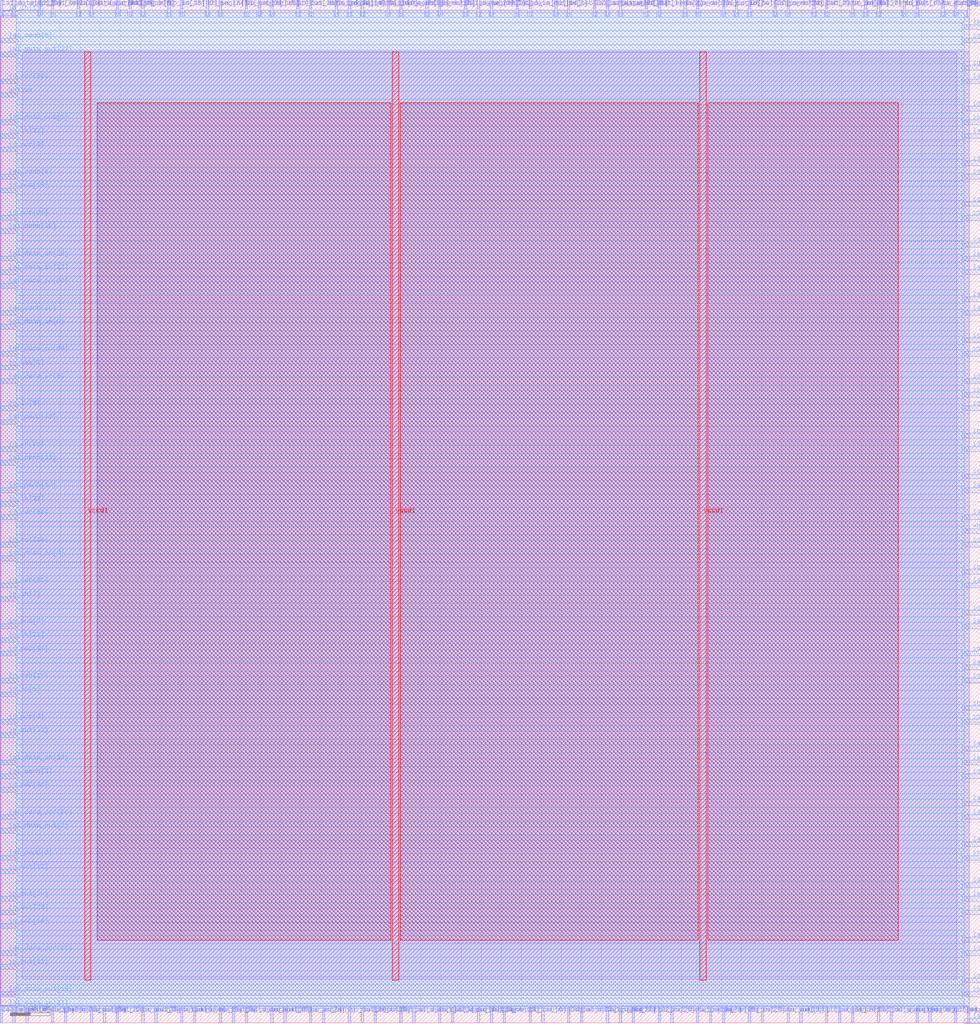
<source format=lef>
VERSION 5.7 ;
  NOWIREEXTENSIONATPIN ON ;
  DIVIDERCHAR "/" ;
  BUSBITCHARS "[]" ;
MACRO wrapped_acorn_prng
  CLASS BLOCK ;
  FOREIGN wrapped_acorn_prng ;
  ORIGIN 0.000 0.000 ;
  SIZE 244.545 BY 255.265 ;
  PIN active
    DIRECTION INPUT ;
    USE SIGNAL ;
    PORT
      LAYER met3 ;
        RECT 0.000 230.940 4.000 232.140 ;
    END
  END active
  PIN io_in[0]
    DIRECTION INPUT ;
    USE SIGNAL ;
    PORT
      LAYER met2 ;
        RECT 77.230 0.000 77.790 4.000 ;
    END
  END io_in[0]
  PIN io_in[10]
    DIRECTION INPUT ;
    USE SIGNAL ;
    PORT
      LAYER met2 ;
        RECT 131.970 251.265 132.530 255.265 ;
    END
  END io_in[10]
  PIN io_in[11]
    DIRECTION INPUT ;
    USE SIGNAL ;
    PORT
      LAYER met3 ;
        RECT 0.000 251.340 4.000 252.540 ;
    END
  END io_in[11]
  PIN io_in[12]
    DIRECTION INPUT ;
    USE SIGNAL ;
    PORT
      LAYER met3 ;
        RECT 240.545 213.940 244.545 215.140 ;
    END
  END io_in[12]
  PIN io_in[13]
    DIRECTION INPUT ;
    USE SIGNAL ;
    PORT
      LAYER met2 ;
        RECT 119.090 0.000 119.650 4.000 ;
    END
  END io_in[13]
  PIN io_in[14]
    DIRECTION INPUT ;
    USE SIGNAL ;
    PORT
      LAYER met2 ;
        RECT 86.890 251.265 87.450 255.265 ;
    END
  END io_in[14]
  PIN io_in[15]
    DIRECTION INPUT ;
    USE SIGNAL ;
    PORT
      LAYER met3 ;
        RECT 240.545 224.140 244.545 225.340 ;
    END
  END io_in[15]
  PIN io_in[16]
    DIRECTION INPUT ;
    USE SIGNAL ;
    PORT
      LAYER met3 ;
        RECT 240.545 26.940 244.545 28.140 ;
    END
  END io_in[16]
  PIN io_in[17]
    DIRECTION INPUT ;
    USE SIGNAL ;
    PORT
      LAYER met2 ;
        RECT 45.030 251.265 45.590 255.265 ;
    END
  END io_in[17]
  PIN io_in[18]
    DIRECTION INPUT ;
    USE SIGNAL ;
    PORT
      LAYER met2 ;
        RECT 54.690 251.265 55.250 255.265 ;
    END
  END io_in[18]
  PIN io_in[19]
    DIRECTION INPUT ;
    USE SIGNAL ;
    PORT
      LAYER met2 ;
        RECT 212.470 0.000 213.030 4.000 ;
    END
  END io_in[19]
  PIN io_in[1]
    DIRECTION INPUT ;
    USE SIGNAL ;
    PORT
      LAYER met3 ;
        RECT 0.000 81.340 4.000 82.540 ;
    END
  END io_in[1]
  PIN io_in[20]
    DIRECTION INPUT ;
    USE SIGNAL ;
    PORT
      LAYER met3 ;
        RECT 0.000 142.540 4.000 143.740 ;
    END
  END io_in[20]
  PIN io_in[21]
    DIRECTION INPUT ;
    USE SIGNAL ;
    PORT
      LAYER met3 ;
        RECT 0.000 94.940 4.000 96.140 ;
    END
  END io_in[21]
  PIN io_in[22]
    DIRECTION INPUT ;
    USE SIGNAL ;
    PORT
      LAYER met3 ;
        RECT 240.545 84.740 244.545 85.940 ;
    END
  END io_in[22]
  PIN io_in[23]
    DIRECTION INPUT ;
    USE SIGNAL ;
    PORT
      LAYER met2 ;
        RECT 41.810 251.265 42.370 255.265 ;
    END
  END io_in[23]
  PIN io_in[24]
    DIRECTION INPUT ;
    USE SIGNAL ;
    PORT
      LAYER met2 ;
        RECT 28.930 251.265 29.490 255.265 ;
    END
  END io_in[24]
  PIN io_in[25]
    DIRECTION INPUT ;
    USE SIGNAL ;
    PORT
      LAYER met2 ;
        RECT 186.710 0.000 187.270 4.000 ;
    END
  END io_in[25]
  PIN io_in[26]
    DIRECTION INPUT ;
    USE SIGNAL ;
    PORT
      LAYER met2 ;
        RECT 180.270 0.000 180.830 4.000 ;
    END
  END io_in[26]
  PIN io_in[27]
    DIRECTION INPUT ;
    USE SIGNAL ;
    PORT
      LAYER met3 ;
        RECT 240.545 60.940 244.545 62.140 ;
    END
  END io_in[27]
  PIN io_in[28]
    DIRECTION INPUT ;
    USE SIGNAL ;
    PORT
      LAYER met2 ;
        RECT 164.170 0.000 164.730 4.000 ;
    END
  END io_in[28]
  PIN io_in[29]
    DIRECTION INPUT ;
    USE SIGNAL ;
    PORT
      LAYER met2 ;
        RECT 241.450 251.265 242.010 255.265 ;
    END
  END io_in[29]
  PIN io_in[2]
    DIRECTION INPUT ;
    USE SIGNAL ;
    PORT
      LAYER met2 ;
        RECT 80.450 0.000 81.010 4.000 ;
    END
  END io_in[2]
  PIN io_in[30]
    DIRECTION INPUT ;
    USE SIGNAL ;
    PORT
      LAYER met3 ;
        RECT 240.545 101.740 244.545 102.940 ;
    END
  END io_in[30]
  PIN io_in[31]
    DIRECTION INPUT ;
    USE SIGNAL ;
    PORT
      LAYER met3 ;
        RECT 0.000 220.740 4.000 221.940 ;
    END
  END io_in[31]
  PIN io_in[32]
    DIRECTION INPUT ;
    USE SIGNAL ;
    PORT
      LAYER met2 ;
        RECT 154.510 0.000 155.070 4.000 ;
    END
  END io_in[32]
  PIN io_in[33]
    DIRECTION INPUT ;
    USE SIGNAL ;
    PORT
      LAYER met3 ;
        RECT 0.000 128.940 4.000 130.140 ;
    END
  END io_in[33]
  PIN io_in[34]
    DIRECTION INPUT ;
    USE SIGNAL ;
    PORT
      LAYER met2 ;
        RECT 183.490 251.265 184.050 255.265 ;
    END
  END io_in[34]
  PIN io_in[35]
    DIRECTION INPUT ;
    USE SIGNAL ;
    PORT
      LAYER met2 ;
        RECT 212.470 251.265 213.030 255.265 ;
    END
  END io_in[35]
  PIN io_in[36]
    DIRECTION INPUT ;
    USE SIGNAL ;
    PORT
      LAYER met3 ;
        RECT 240.545 159.540 244.545 160.740 ;
    END
  END io_in[36]
  PIN io_in[37]
    DIRECTION INPUT ;
    USE SIGNAL ;
    PORT
      LAYER met2 ;
        RECT 215.690 251.265 216.250 255.265 ;
    END
  END io_in[37]
  PIN io_in[3]
    DIRECTION INPUT ;
    USE SIGNAL ;
    PORT
      LAYER met2 ;
        RECT 138.410 251.265 138.970 255.265 ;
    END
  END io_in[3]
  PIN io_in[4]
    DIRECTION INPUT ;
    USE SIGNAL ;
    PORT
      LAYER met3 ;
        RECT 240.545 156.140 244.545 157.340 ;
    END
  END io_in[4]
  PIN io_in[5]
    DIRECTION INPUT ;
    USE SIGNAL ;
    PORT
      LAYER met3 ;
        RECT 240.545 244.540 244.545 245.740 ;
    END
  END io_in[5]
  PIN io_in[6]
    DIRECTION INPUT ;
    USE SIGNAL ;
    PORT
      LAYER met3 ;
        RECT 0.000 152.740 4.000 153.940 ;
    END
  END io_in[6]
  PIN io_in[7]
    DIRECTION INPUT ;
    USE SIGNAL ;
    PORT
      LAYER met3 ;
        RECT 0.000 105.140 4.000 106.340 ;
    END
  END io_in[7]
  PIN io_in[8]
    DIRECTION INPUT ;
    USE SIGNAL ;
    PORT
      LAYER met3 ;
        RECT 240.545 169.740 244.545 170.940 ;
    END
  END io_in[8]
  PIN io_in[9]
    DIRECTION INPUT ;
    USE SIGNAL ;
    PORT
      LAYER met2 ;
        RECT 35.370 251.265 35.930 255.265 ;
    END
  END io_in[9]
  PIN io_oeb[0]
    DIRECTION OUTPUT TRISTATE ;
    USE SIGNAL ;
    PORT
      LAYER met2 ;
        RECT 131.970 0.000 132.530 4.000 ;
    END
  END io_oeb[0]
  PIN io_oeb[10]
    DIRECTION OUTPUT TRISTATE ;
    USE SIGNAL ;
    PORT
      LAYER met3 ;
        RECT 0.000 84.740 4.000 85.940 ;
    END
  END io_oeb[10]
  PIN io_oeb[11]
    DIRECTION OUTPUT TRISTATE ;
    USE SIGNAL ;
    PORT
      LAYER met3 ;
        RECT 240.545 145.940 244.545 147.140 ;
    END
  END io_oeb[11]
  PIN io_oeb[12]
    DIRECTION OUTPUT TRISTATE ;
    USE SIGNAL ;
    PORT
      LAYER met3 ;
        RECT 240.545 77.940 244.545 79.140 ;
    END
  END io_oeb[12]
  PIN io_oeb[13]
    DIRECTION OUTPUT TRISTATE ;
    USE SIGNAL ;
    PORT
      LAYER met3 ;
        RECT 240.545 74.540 244.545 75.740 ;
    END
  END io_oeb[13]
  PIN io_oeb[14]
    DIRECTION OUTPUT TRISTATE ;
    USE SIGNAL ;
    PORT
      LAYER met3 ;
        RECT 0.000 23.540 4.000 24.740 ;
    END
  END io_oeb[14]
  PIN io_oeb[15]
    DIRECTION OUTPUT TRISTATE ;
    USE SIGNAL ;
    PORT
      LAYER met2 ;
        RECT 64.350 251.265 64.910 255.265 ;
    END
  END io_oeb[15]
  PIN io_oeb[16]
    DIRECTION OUTPUT TRISTATE ;
    USE SIGNAL ;
    PORT
      LAYER met3 ;
        RECT 240.545 16.740 244.545 17.940 ;
    END
  END io_oeb[16]
  PIN io_oeb[17]
    DIRECTION OUTPUT TRISTATE ;
    USE SIGNAL ;
    PORT
      LAYER met2 ;
        RECT 67.570 0.000 68.130 4.000 ;
    END
  END io_oeb[17]
  PIN io_oeb[18]
    DIRECTION OUTPUT TRISTATE ;
    USE SIGNAL ;
    PORT
      LAYER met2 ;
        RECT 173.830 251.265 174.390 255.265 ;
    END
  END io_oeb[18]
  PIN io_oeb[19]
    DIRECTION OUTPUT TRISTATE ;
    USE SIGNAL ;
    PORT
      LAYER met2 ;
        RECT 67.570 251.265 68.130 255.265 ;
    END
  END io_oeb[19]
  PIN io_oeb[1]
    DIRECTION OUTPUT TRISTATE ;
    USE SIGNAL ;
    PORT
      LAYER met2 ;
        RECT 196.370 0.000 196.930 4.000 ;
    END
  END io_oeb[1]
  PIN io_oeb[20]
    DIRECTION OUTPUT TRISTATE ;
    USE SIGNAL ;
    PORT
      LAYER met3 ;
        RECT 240.545 111.940 244.545 113.140 ;
    END
  END io_oeb[20]
  PIN io_oeb[21]
    DIRECTION OUTPUT TRISTATE ;
    USE SIGNAL ;
    PORT
      LAYER met2 ;
        RECT 3.170 251.265 3.730 255.265 ;
    END
  END io_oeb[21]
  PIN io_oeb[22]
    DIRECTION OUTPUT TRISTATE ;
    USE SIGNAL ;
    PORT
      LAYER met2 ;
        RECT 25.710 0.000 26.270 4.000 ;
    END
  END io_oeb[22]
  PIN io_oeb[23]
    DIRECTION OUTPUT TRISTATE ;
    USE SIGNAL ;
    PORT
      LAYER met2 ;
        RECT 119.090 251.265 119.650 255.265 ;
    END
  END io_oeb[23]
  PIN io_oeb[24]
    DIRECTION OUTPUT TRISTATE ;
    USE SIGNAL ;
    PORT
      LAYER met2 ;
        RECT 122.310 251.265 122.870 255.265 ;
    END
  END io_oeb[24]
  PIN io_oeb[25]
    DIRECTION OUTPUT TRISTATE ;
    USE SIGNAL ;
    PORT
      LAYER met2 ;
        RECT 238.230 0.000 238.790 4.000 ;
    END
  END io_oeb[25]
  PIN io_oeb[26]
    DIRECTION OUTPUT TRISTATE ;
    USE SIGNAL ;
    PORT
      LAYER met3 ;
        RECT 240.545 200.340 244.545 201.540 ;
    END
  END io_oeb[26]
  PIN io_oeb[27]
    DIRECTION OUTPUT TRISTATE ;
    USE SIGNAL ;
    PORT
      LAYER met2 ;
        RECT 141.630 251.265 142.190 255.265 ;
    END
  END io_oeb[27]
  PIN io_oeb[28]
    DIRECTION OUTPUT TRISTATE ;
    USE SIGNAL ;
    PORT
      LAYER met2 ;
        RECT 209.250 0.000 209.810 4.000 ;
    END
  END io_oeb[28]
  PIN io_oeb[29]
    DIRECTION OUTPUT TRISTATE ;
    USE SIGNAL ;
    PORT
      LAYER met3 ;
        RECT 240.545 166.340 244.545 167.540 ;
    END
  END io_oeb[29]
  PIN io_oeb[2]
    DIRECTION OUTPUT TRISTATE ;
    USE SIGNAL ;
    PORT
      LAYER met2 ;
        RECT 202.810 251.265 203.370 255.265 ;
    END
  END io_oeb[2]
  PIN io_oeb[30]
    DIRECTION OUTPUT TRISTATE ;
    USE SIGNAL ;
    PORT
      LAYER met2 ;
        RECT 9.610 251.265 10.170 255.265 ;
    END
  END io_oeb[30]
  PIN io_oeb[31]
    DIRECTION OUTPUT TRISTATE ;
    USE SIGNAL ;
    PORT
      LAYER met2 ;
        RECT 206.030 0.000 206.590 4.000 ;
    END
  END io_oeb[31]
  PIN io_oeb[32]
    DIRECTION OUTPUT TRISTATE ;
    USE SIGNAL ;
    PORT
      LAYER met3 ;
        RECT 0.000 125.540 4.000 126.740 ;
    END
  END io_oeb[32]
  PIN io_oeb[33]
    DIRECTION OUTPUT TRISTATE ;
    USE SIGNAL ;
    PORT
      LAYER met2 ;
        RECT 241.450 0.000 242.010 4.000 ;
    END
  END io_oeb[33]
  PIN io_oeb[34]
    DIRECTION OUTPUT TRISTATE ;
    USE SIGNAL ;
    PORT
      LAYER met2 ;
        RECT 51.470 251.265 52.030 255.265 ;
    END
  END io_oeb[34]
  PIN io_oeb[35]
    DIRECTION OUTPUT TRISTATE ;
    USE SIGNAL ;
    PORT
      LAYER met3 ;
        RECT 0.000 108.540 4.000 109.740 ;
    END
  END io_oeb[35]
  PIN io_oeb[36]
    DIRECTION OUTPUT TRISTATE ;
    USE SIGNAL ;
    PORT
      LAYER met3 ;
        RECT 0.000 57.540 4.000 58.740 ;
    END
  END io_oeb[36]
  PIN io_oeb[37]
    DIRECTION OUTPUT TRISTATE ;
    USE SIGNAL ;
    PORT
      LAYER met3 ;
        RECT 0.000 91.540 4.000 92.740 ;
    END
  END io_oeb[37]
  PIN io_oeb[3]
    DIRECTION OUTPUT TRISTATE ;
    USE SIGNAL ;
    PORT
      LAYER met2 ;
        RECT 125.530 0.000 126.090 4.000 ;
    END
  END io_oeb[3]
  PIN io_oeb[4]
    DIRECTION OUTPUT TRISTATE ;
    USE SIGNAL ;
    PORT
      LAYER met3 ;
        RECT 240.545 6.540 244.545 7.740 ;
    END
  END io_oeb[4]
  PIN io_oeb[5]
    DIRECTION OUTPUT TRISTATE ;
    USE SIGNAL ;
    PORT
      LAYER met3 ;
        RECT 0.000 162.940 4.000 164.140 ;
    END
  END io_oeb[5]
  PIN io_oeb[6]
    DIRECTION OUTPUT TRISTATE ;
    USE SIGNAL ;
    PORT
      LAYER met3 ;
        RECT 240.545 91.540 244.545 92.740 ;
    END
  END io_oeb[6]
  PIN io_oeb[7]
    DIRECTION OUTPUT TRISTATE ;
    USE SIGNAL ;
    PORT
      LAYER met2 ;
        RECT 61.130 251.265 61.690 255.265 ;
    END
  END io_oeb[7]
  PIN io_oeb[8]
    DIRECTION OUTPUT TRISTATE ;
    USE SIGNAL ;
    PORT
      LAYER met2 ;
        RECT 22.490 0.000 23.050 4.000 ;
    END
  END io_oeb[8]
  PIN io_oeb[9]
    DIRECTION OUTPUT TRISTATE ;
    USE SIGNAL ;
    PORT
      LAYER met2 ;
        RECT 54.690 0.000 55.250 4.000 ;
    END
  END io_oeb[9]
  PIN io_out[0]
    DIRECTION OUTPUT TRISTATE ;
    USE SIGNAL ;
    PORT
      LAYER met3 ;
        RECT 240.545 237.740 244.545 238.940 ;
    END
  END io_out[0]
  PIN io_out[10]
    DIRECTION OUTPUT TRISTATE ;
    USE SIGNAL ;
    PORT
      LAYER met3 ;
        RECT 240.545 142.540 244.545 143.740 ;
    END
  END io_out[10]
  PIN io_out[11]
    DIRECTION OUTPUT TRISTATE ;
    USE SIGNAL ;
    PORT
      LAYER met3 ;
        RECT 0.000 13.340 4.000 14.540 ;
    END
  END io_out[11]
  PIN io_out[12]
    DIRECTION OUTPUT TRISTATE ;
    USE SIGNAL ;
    PORT
      LAYER met3 ;
        RECT 0.000 37.140 4.000 38.340 ;
    END
  END io_out[12]
  PIN io_out[13]
    DIRECTION OUTPUT TRISTATE ;
    USE SIGNAL ;
    PORT
      LAYER met2 ;
        RECT 199.590 0.000 200.150 4.000 ;
    END
  END io_out[13]
  PIN io_out[14]
    DIRECTION OUTPUT TRISTATE ;
    USE SIGNAL ;
    PORT
      LAYER met3 ;
        RECT 240.545 203.740 244.545 204.940 ;
    END
  END io_out[14]
  PIN io_out[15]
    DIRECTION OUTPUT TRISTATE ;
    USE SIGNAL ;
    PORT
      LAYER met3 ;
        RECT 0.000 207.140 4.000 208.340 ;
    END
  END io_out[15]
  PIN io_out[16]
    DIRECTION OUTPUT TRISTATE ;
    USE SIGNAL ;
    PORT
      LAYER met3 ;
        RECT 240.545 135.740 244.545 136.940 ;
    END
  END io_out[16]
  PIN io_out[17]
    DIRECTION OUTPUT TRISTATE ;
    USE SIGNAL ;
    PORT
      LAYER met2 ;
        RECT 225.350 251.265 225.910 255.265 ;
    END
  END io_out[17]
  PIN io_out[18]
    DIRECTION OUTPUT TRISTATE ;
    USE SIGNAL ;
    PORT
      LAYER met2 ;
        RECT 231.790 0.000 232.350 4.000 ;
    END
  END io_out[18]
  PIN io_out[19]
    DIRECTION OUTPUT TRISTATE ;
    USE SIGNAL ;
    PORT
      LAYER met3 ;
        RECT 0.000 118.740 4.000 119.940 ;
    END
  END io_out[19]
  PIN io_out[1]
    DIRECTION OUTPUT TRISTATE ;
    USE SIGNAL ;
    PORT
      LAYER met2 ;
        RECT 160.950 251.265 161.510 255.265 ;
    END
  END io_out[1]
  PIN io_out[20]
    DIRECTION OUTPUT TRISTATE ;
    USE SIGNAL ;
    PORT
      LAYER met2 ;
        RECT 196.370 251.265 196.930 255.265 ;
    END
  END io_out[20]
  PIN io_out[21]
    DIRECTION OUTPUT TRISTATE ;
    USE SIGNAL ;
    PORT
      LAYER met3 ;
        RECT 0.000 200.340 4.000 201.540 ;
    END
  END io_out[21]
  PIN io_out[22]
    DIRECTION OUTPUT TRISTATE ;
    USE SIGNAL ;
    PORT
      LAYER met2 ;
        RECT 157.730 0.000 158.290 4.000 ;
    END
  END io_out[22]
  PIN io_out[23]
    DIRECTION OUTPUT TRISTATE ;
    USE SIGNAL ;
    PORT
      LAYER met3 ;
        RECT 240.545 118.740 244.545 119.940 ;
    END
  END io_out[23]
  PIN io_out[24]
    DIRECTION OUTPUT TRISTATE ;
    USE SIGNAL ;
    PORT
      LAYER met2 ;
        RECT 135.190 0.000 135.750 4.000 ;
    END
  END io_out[24]
  PIN io_out[25]
    DIRECTION OUTPUT TRISTATE ;
    USE SIGNAL ;
    PORT
      LAYER met2 ;
        RECT 180.270 251.265 180.830 255.265 ;
    END
  END io_out[25]
  PIN io_out[26]
    DIRECTION OUTPUT TRISTATE ;
    USE SIGNAL ;
    PORT
      LAYER met3 ;
        RECT 0.000 26.940 4.000 28.140 ;
    END
  END io_out[26]
  PIN io_out[27]
    DIRECTION OUTPUT TRISTATE ;
    USE SIGNAL ;
    PORT
      LAYER met2 ;
        RECT 186.710 251.265 187.270 255.265 ;
    END
  END io_out[27]
  PIN io_out[28]
    DIRECTION OUTPUT TRISTATE ;
    USE SIGNAL ;
    PORT
      LAYER met2 ;
        RECT 86.890 0.000 87.450 4.000 ;
    END
  END io_out[28]
  PIN io_out[29]
    DIRECTION OUTPUT TRISTATE ;
    USE SIGNAL ;
    PORT
      LAYER met3 ;
        RECT 240.545 9.940 244.545 11.140 ;
    END
  END io_out[29]
  PIN io_out[2]
    DIRECTION OUTPUT TRISTATE ;
    USE SIGNAL ;
    PORT
      LAYER met2 ;
        RECT 35.370 0.000 35.930 4.000 ;
    END
  END io_out[2]
  PIN io_out[30]
    DIRECTION OUTPUT TRISTATE ;
    USE SIGNAL ;
    PORT
      LAYER met3 ;
        RECT 0.000 30.340 4.000 31.540 ;
    END
  END io_out[30]
  PIN io_out[31]
    DIRECTION OUTPUT TRISTATE ;
    USE SIGNAL ;
    PORT
      LAYER met3 ;
        RECT 0.000 71.140 4.000 72.340 ;
    END
  END io_out[31]
  PIN io_out[32]
    DIRECTION OUTPUT TRISTATE ;
    USE SIGNAL ;
    PORT
      LAYER met3 ;
        RECT 0.000 234.340 4.000 235.540 ;
    END
  END io_out[32]
  PIN io_out[33]
    DIRECTION OUTPUT TRISTATE ;
    USE SIGNAL ;
    PORT
      LAYER met3 ;
        RECT 240.545 40.540 244.545 41.740 ;
    END
  END io_out[33]
  PIN io_out[34]
    DIRECTION OUTPUT TRISTATE ;
    USE SIGNAL ;
    PORT
      LAYER met3 ;
        RECT 240.545 210.540 244.545 211.740 ;
    END
  END io_out[34]
  PIN io_out[35]
    DIRECTION OUTPUT TRISTATE ;
    USE SIGNAL ;
    PORT
      LAYER met3 ;
        RECT 240.545 193.540 244.545 194.740 ;
    END
  END io_out[35]
  PIN io_out[36]
    DIRECTION OUTPUT TRISTATE ;
    USE SIGNAL ;
    PORT
      LAYER met2 ;
        RECT 74.010 251.265 74.570 255.265 ;
    END
  END io_out[36]
  PIN io_out[37]
    DIRECTION OUTPUT TRISTATE ;
    USE SIGNAL ;
    PORT
      LAYER met3 ;
        RECT 240.545 227.540 244.545 228.740 ;
    END
  END io_out[37]
  PIN io_out[3]
    DIRECTION OUTPUT TRISTATE ;
    USE SIGNAL ;
    PORT
      LAYER met3 ;
        RECT 0.000 217.340 4.000 218.540 ;
    END
  END io_out[3]
  PIN io_out[4]
    DIRECTION OUTPUT TRISTATE ;
    USE SIGNAL ;
    PORT
      LAYER met3 ;
        RECT 240.545 152.740 244.545 153.940 ;
    END
  END io_out[4]
  PIN io_out[5]
    DIRECTION OUTPUT TRISTATE ;
    USE SIGNAL ;
    PORT
      LAYER met2 ;
        RECT 109.430 251.265 109.990 255.265 ;
    END
  END io_out[5]
  PIN io_out[6]
    DIRECTION OUTPUT TRISTATE ;
    USE SIGNAL ;
    PORT
      LAYER met2 ;
        RECT 235.010 251.265 235.570 255.265 ;
    END
  END io_out[6]
  PIN io_out[7]
    DIRECTION OUTPUT TRISTATE ;
    USE SIGNAL ;
    PORT
      LAYER met3 ;
        RECT 0.000 98.340 4.000 99.540 ;
    END
  END io_out[7]
  PIN io_out[8]
    DIRECTION OUTPUT TRISTATE ;
    USE SIGNAL ;
    PORT
      LAYER met2 ;
        RECT 93.330 0.000 93.890 4.000 ;
    END
  END io_out[8]
  PIN io_out[9]
    DIRECTION OUTPUT TRISTATE ;
    USE SIGNAL ;
    PORT
      LAYER met3 ;
        RECT 0.000 74.540 4.000 75.740 ;
    END
  END io_out[9]
  PIN la1_data_in[0]
    DIRECTION INPUT ;
    USE SIGNAL ;
    PORT
      LAYER met3 ;
        RECT 240.545 43.940 244.545 45.140 ;
    END
  END la1_data_in[0]
  PIN la1_data_in[10]
    DIRECTION INPUT ;
    USE SIGNAL ;
    PORT
      LAYER met2 ;
        RECT 109.430 0.000 109.990 4.000 ;
    END
  END la1_data_in[10]
  PIN la1_data_in[11]
    DIRECTION INPUT ;
    USE SIGNAL ;
    PORT
      LAYER met3 ;
        RECT 240.545 33.740 244.545 34.940 ;
    END
  END la1_data_in[11]
  PIN la1_data_in[12]
    DIRECTION INPUT ;
    USE SIGNAL ;
    PORT
      LAYER met3 ;
        RECT 0.000 186.740 4.000 187.940 ;
    END
  END la1_data_in[12]
  PIN la1_data_in[13]
    DIRECTION INPUT ;
    USE SIGNAL ;
    PORT
      LAYER met2 ;
        RECT 167.390 0.000 167.950 4.000 ;
    END
  END la1_data_in[13]
  PIN la1_data_in[14]
    DIRECTION INPUT ;
    USE SIGNAL ;
    PORT
      LAYER met3 ;
        RECT 0.000 64.340 4.000 65.540 ;
    END
  END la1_data_in[14]
  PIN la1_data_in[15]
    DIRECTION INPUT ;
    USE SIGNAL ;
    PORT
      LAYER met2 ;
        RECT 77.230 251.265 77.790 255.265 ;
    END
  END la1_data_in[15]
  PIN la1_data_in[16]
    DIRECTION INPUT ;
    USE SIGNAL ;
    PORT
      LAYER met2 ;
        RECT 151.290 251.265 151.850 255.265 ;
    END
  END la1_data_in[16]
  PIN la1_data_in[17]
    DIRECTION INPUT ;
    USE SIGNAL ;
    PORT
      LAYER met2 ;
        RECT 115.870 251.265 116.430 255.265 ;
    END
  END la1_data_in[17]
  PIN la1_data_in[18]
    DIRECTION INPUT ;
    USE SIGNAL ;
    PORT
      LAYER met2 ;
        RECT 218.910 0.000 219.470 4.000 ;
    END
  END la1_data_in[18]
  PIN la1_data_in[19]
    DIRECTION INPUT ;
    USE SIGNAL ;
    PORT
      LAYER met2 ;
        RECT 83.670 251.265 84.230 255.265 ;
    END
  END la1_data_in[19]
  PIN la1_data_in[1]
    DIRECTION INPUT ;
    USE SIGNAL ;
    PORT
      LAYER met2 ;
        RECT 99.770 0.000 100.330 4.000 ;
    END
  END la1_data_in[1]
  PIN la1_data_in[20]
    DIRECTION INPUT ;
    USE SIGNAL ;
    PORT
      LAYER met3 ;
        RECT 0.000 183.340 4.000 184.540 ;
    END
  END la1_data_in[20]
  PIN la1_data_in[21]
    DIRECTION INPUT ;
    USE SIGNAL ;
    PORT
      LAYER met2 ;
        RECT 238.230 251.265 238.790 255.265 ;
    END
  END la1_data_in[21]
  PIN la1_data_in[22]
    DIRECTION INPUT ;
    USE SIGNAL ;
    PORT
      LAYER met3 ;
        RECT 240.545 50.740 244.545 51.940 ;
    END
  END la1_data_in[22]
  PIN la1_data_in[23]
    DIRECTION INPUT ;
    USE SIGNAL ;
    PORT
      LAYER met3 ;
        RECT 0.000 3.140 4.000 4.340 ;
    END
  END la1_data_in[23]
  PIN la1_data_in[24]
    DIRECTION INPUT ;
    USE SIGNAL ;
    PORT
      LAYER met2 ;
        RECT 70.790 0.000 71.350 4.000 ;
    END
  END la1_data_in[24]
  PIN la1_data_in[25]
    DIRECTION INPUT ;
    USE SIGNAL ;
    PORT
      LAYER met3 ;
        RECT 0.000 190.140 4.000 191.340 ;
    END
  END la1_data_in[25]
  PIN la1_data_in[26]
    DIRECTION INPUT ;
    USE SIGNAL ;
    PORT
      LAYER met3 ;
        RECT 240.545 20.140 244.545 21.340 ;
    END
  END la1_data_in[26]
  PIN la1_data_in[27]
    DIRECTION INPUT ;
    USE SIGNAL ;
    PORT
      LAYER met2 ;
        RECT 144.850 0.000 145.410 4.000 ;
    END
  END la1_data_in[27]
  PIN la1_data_in[28]
    DIRECTION INPUT ;
    USE SIGNAL ;
    PORT
      LAYER met3 ;
        RECT 0.000 166.340 4.000 167.540 ;
    END
  END la1_data_in[28]
  PIN la1_data_in[29]
    DIRECTION INPUT ;
    USE SIGNAL ;
    PORT
      LAYER met2 ;
        RECT -0.050 251.265 0.510 255.265 ;
    END
  END la1_data_in[29]
  PIN la1_data_in[2]
    DIRECTION INPUT ;
    USE SIGNAL ;
    PORT
      LAYER met2 ;
        RECT 57.910 0.000 58.470 4.000 ;
    END
  END la1_data_in[2]
  PIN la1_data_in[30]
    DIRECTION INPUT ;
    USE SIGNAL ;
    PORT
      LAYER met2 ;
        RECT 6.390 0.000 6.950 4.000 ;
    END
  END la1_data_in[30]
  PIN la1_data_in[31]
    DIRECTION INPUT ;
    USE SIGNAL ;
    PORT
      LAYER met2 ;
        RECT 189.930 0.000 190.490 4.000 ;
    END
  END la1_data_in[31]
  PIN la1_data_in[3]
    DIRECTION INPUT ;
    USE SIGNAL ;
    PORT
      LAYER met3 ;
        RECT 0.000 159.540 4.000 160.740 ;
    END
  END la1_data_in[3]
  PIN la1_data_in[4]
    DIRECTION INPUT ;
    USE SIGNAL ;
    PORT
      LAYER met2 ;
        RECT 206.030 251.265 206.590 255.265 ;
    END
  END la1_data_in[4]
  PIN la1_data_in[5]
    DIRECTION INPUT ;
    USE SIGNAL ;
    PORT
      LAYER met3 ;
        RECT 240.545 125.540 244.545 126.740 ;
    END
  END la1_data_in[5]
  PIN la1_data_in[6]
    DIRECTION INPUT ;
    USE SIGNAL ;
    PORT
      LAYER met2 ;
        RECT 90.110 251.265 90.670 255.265 ;
    END
  END la1_data_in[6]
  PIN la1_data_in[7]
    DIRECTION INPUT ;
    USE SIGNAL ;
    PORT
      LAYER met3 ;
        RECT 0.000 115.340 4.000 116.540 ;
    END
  END la1_data_in[7]
  PIN la1_data_in[8]
    DIRECTION INPUT ;
    USE SIGNAL ;
    PORT
      LAYER met2 ;
        RECT 96.550 251.265 97.110 255.265 ;
    END
  END la1_data_in[8]
  PIN la1_data_in[9]
    DIRECTION INPUT ;
    USE SIGNAL ;
    PORT
      LAYER met3 ;
        RECT 0.000 173.140 4.000 174.340 ;
    END
  END la1_data_in[9]
  PIN la1_data_out[0]
    DIRECTION OUTPUT TRISTATE ;
    USE SIGNAL ;
    PORT
      LAYER met2 ;
        RECT 38.590 0.000 39.150 4.000 ;
    END
  END la1_data_out[0]
  PIN la1_data_out[10]
    DIRECTION OUTPUT TRISTATE ;
    USE SIGNAL ;
    PORT
      LAYER met3 ;
        RECT 240.545 64.340 244.545 65.540 ;
    END
  END la1_data_out[10]
  PIN la1_data_out[11]
    DIRECTION OUTPUT TRISTATE ;
    USE SIGNAL ;
    PORT
      LAYER met2 ;
        RECT 112.650 0.000 113.210 4.000 ;
    END
  END la1_data_out[11]
  PIN la1_data_out[12]
    DIRECTION OUTPUT TRISTATE ;
    USE SIGNAL ;
    PORT
      LAYER met3 ;
        RECT 240.545 234.340 244.545 235.540 ;
    END
  END la1_data_out[12]
  PIN la1_data_out[13]
    DIRECTION OUTPUT TRISTATE ;
    USE SIGNAL ;
    PORT
      LAYER met2 ;
        RECT 19.270 251.265 19.830 255.265 ;
    END
  END la1_data_out[13]
  PIN la1_data_out[14]
    DIRECTION OUTPUT TRISTATE ;
    USE SIGNAL ;
    PORT
      LAYER met2 ;
        RECT 128.750 251.265 129.310 255.265 ;
    END
  END la1_data_out[14]
  PIN la1_data_out[15]
    DIRECTION OUTPUT TRISTATE ;
    USE SIGNAL ;
    PORT
      LAYER met3 ;
        RECT 0.000 6.540 4.000 7.740 ;
    END
  END la1_data_out[15]
  PIN la1_data_out[16]
    DIRECTION OUTPUT TRISTATE ;
    USE SIGNAL ;
    PORT
      LAYER met3 ;
        RECT 240.545 88.140 244.545 89.340 ;
    END
  END la1_data_out[16]
  PIN la1_data_out[17]
    DIRECTION OUTPUT TRISTATE ;
    USE SIGNAL ;
    PORT
      LAYER met3 ;
        RECT 240.545 186.740 244.545 187.940 ;
    END
  END la1_data_out[17]
  PIN la1_data_out[18]
    DIRECTION OUTPUT TRISTATE ;
    USE SIGNAL ;
    PORT
      LAYER met2 ;
        RECT 22.490 251.265 23.050 255.265 ;
    END
  END la1_data_out[18]
  PIN la1_data_out[19]
    DIRECTION OUTPUT TRISTATE ;
    USE SIGNAL ;
    PORT
      LAYER met3 ;
        RECT 240.545 132.340 244.545 133.540 ;
    END
  END la1_data_out[19]
  PIN la1_data_out[1]
    DIRECTION OUTPUT TRISTATE ;
    USE SIGNAL ;
    PORT
      LAYER met3 ;
        RECT 0.000 224.140 4.000 225.340 ;
    END
  END la1_data_out[1]
  PIN la1_data_out[20]
    DIRECTION OUTPUT TRISTATE ;
    USE SIGNAL ;
    PORT
      LAYER met3 ;
        RECT 0.000 50.740 4.000 51.940 ;
    END
  END la1_data_out[20]
  PIN la1_data_out[21]
    DIRECTION OUTPUT TRISTATE ;
    USE SIGNAL ;
    PORT
      LAYER met3 ;
        RECT 240.545 220.740 244.545 221.940 ;
    END
  END la1_data_out[21]
  PIN la1_data_out[22]
    DIRECTION OUTPUT TRISTATE ;
    USE SIGNAL ;
    PORT
      LAYER met2 ;
        RECT 148.070 251.265 148.630 255.265 ;
    END
  END la1_data_out[22]
  PIN la1_data_out[23]
    DIRECTION OUTPUT TRISTATE ;
    USE SIGNAL ;
    PORT
      LAYER met2 ;
        RECT 61.130 0.000 61.690 4.000 ;
    END
  END la1_data_out[23]
  PIN la1_data_out[24]
    DIRECTION OUTPUT TRISTATE ;
    USE SIGNAL ;
    PORT
      LAYER met3 ;
        RECT 240.545 98.340 244.545 99.540 ;
    END
  END la1_data_out[24]
  PIN la1_data_out[25]
    DIRECTION OUTPUT TRISTATE ;
    USE SIGNAL ;
    PORT
      LAYER met3 ;
        RECT 0.000 16.740 4.000 17.940 ;
    END
  END la1_data_out[25]
  PIN la1_data_out[26]
    DIRECTION OUTPUT TRISTATE ;
    USE SIGNAL ;
    PORT
      LAYER met3 ;
        RECT 240.545 30.340 244.545 31.540 ;
    END
  END la1_data_out[26]
  PIN la1_data_out[27]
    DIRECTION OUTPUT TRISTATE ;
    USE SIGNAL ;
    PORT
      LAYER met3 ;
        RECT 0.000 241.140 4.000 242.340 ;
    END
  END la1_data_out[27]
  PIN la1_data_out[28]
    DIRECTION OUTPUT TRISTATE ;
    USE SIGNAL ;
    PORT
      LAYER met2 ;
        RECT 222.130 0.000 222.690 4.000 ;
    END
  END la1_data_out[28]
  PIN la1_data_out[29]
    DIRECTION OUTPUT TRISTATE ;
    USE SIGNAL ;
    PORT
      LAYER met2 ;
        RECT 28.930 0.000 29.490 4.000 ;
    END
  END la1_data_out[29]
  PIN la1_data_out[2]
    DIRECTION OUTPUT TRISTATE ;
    USE SIGNAL ;
    PORT
      LAYER met2 ;
        RECT 102.990 0.000 103.550 4.000 ;
    END
  END la1_data_out[2]
  PIN la1_data_out[30]
    DIRECTION OUTPUT TRISTATE ;
    USE SIGNAL ;
    PORT
      LAYER met3 ;
        RECT 240.545 67.740 244.545 68.940 ;
    END
  END la1_data_out[30]
  PIN la1_data_out[31]
    DIRECTION OUTPUT TRISTATE ;
    USE SIGNAL ;
    PORT
      LAYER met3 ;
        RECT 240.545 247.940 244.545 249.140 ;
    END
  END la1_data_out[31]
  PIN la1_data_out[3]
    DIRECTION OUTPUT TRISTATE ;
    USE SIGNAL ;
    PORT
      LAYER met3 ;
        RECT 0.000 47.340 4.000 48.540 ;
    END
  END la1_data_out[3]
  PIN la1_data_out[4]
    DIRECTION OUTPUT TRISTATE ;
    USE SIGNAL ;
    PORT
      LAYER met2 ;
        RECT 228.570 0.000 229.130 4.000 ;
    END
  END la1_data_out[4]
  PIN la1_data_out[5]
    DIRECTION OUTPUT TRISTATE ;
    USE SIGNAL ;
    PORT
      LAYER met2 ;
        RECT 16.050 0.000 16.610 4.000 ;
    END
  END la1_data_out[5]
  PIN la1_data_out[6]
    DIRECTION OUTPUT TRISTATE ;
    USE SIGNAL ;
    PORT
      LAYER met3 ;
        RECT 240.545 108.540 244.545 109.740 ;
    END
  END la1_data_out[6]
  PIN la1_data_out[7]
    DIRECTION OUTPUT TRISTATE ;
    USE SIGNAL ;
    PORT
      LAYER met2 ;
        RECT 3.170 0.000 3.730 4.000 ;
    END
  END la1_data_out[7]
  PIN la1_data_out[8]
    DIRECTION OUTPUT TRISTATE ;
    USE SIGNAL ;
    PORT
      LAYER met3 ;
        RECT 240.545 190.140 244.545 191.340 ;
    END
  END la1_data_out[8]
  PIN la1_data_out[9]
    DIRECTION OUTPUT TRISTATE ;
    USE SIGNAL ;
    PORT
      LAYER met2 ;
        RECT 228.570 251.265 229.130 255.265 ;
    END
  END la1_data_out[9]
  PIN la1_oenb[0]
    DIRECTION INPUT ;
    USE SIGNAL ;
    PORT
      LAYER met3 ;
        RECT 240.545 -0.260 244.545 0.940 ;
    END
  END la1_oenb[0]
  PIN la1_oenb[10]
    DIRECTION INPUT ;
    USE SIGNAL ;
    PORT
      LAYER met2 ;
        RECT 218.910 251.265 219.470 255.265 ;
    END
  END la1_oenb[10]
  PIN la1_oenb[11]
    DIRECTION INPUT ;
    USE SIGNAL ;
    PORT
      LAYER met3 ;
        RECT 0.000 139.140 4.000 140.340 ;
    END
  END la1_oenb[11]
  PIN la1_oenb[12]
    DIRECTION INPUT ;
    USE SIGNAL ;
    PORT
      LAYER met3 ;
        RECT 0.000 149.340 4.000 150.540 ;
    END
  END la1_oenb[12]
  PIN la1_oenb[13]
    DIRECTION INPUT ;
    USE SIGNAL ;
    PORT
      LAYER met2 ;
        RECT 151.290 0.000 151.850 4.000 ;
    END
  END la1_oenb[13]
  PIN la1_oenb[14]
    DIRECTION INPUT ;
    USE SIGNAL ;
    PORT
      LAYER met2 ;
        RECT -0.050 0.000 0.510 4.000 ;
    END
  END la1_oenb[14]
  PIN la1_oenb[15]
    DIRECTION INPUT ;
    USE SIGNAL ;
    PORT
      LAYER met2 ;
        RECT 177.050 0.000 177.610 4.000 ;
    END
  END la1_oenb[15]
  PIN la1_oenb[16]
    DIRECTION INPUT ;
    USE SIGNAL ;
    PORT
      LAYER met3 ;
        RECT 0.000 176.540 4.000 177.740 ;
    END
  END la1_oenb[16]
  PIN la1_oenb[17]
    DIRECTION INPUT ;
    USE SIGNAL ;
    PORT
      LAYER met2 ;
        RECT 12.830 251.265 13.390 255.265 ;
    END
  END la1_oenb[17]
  PIN la1_oenb[18]
    DIRECTION INPUT ;
    USE SIGNAL ;
    PORT
      LAYER met2 ;
        RECT 106.210 251.265 106.770 255.265 ;
    END
  END la1_oenb[18]
  PIN la1_oenb[19]
    DIRECTION INPUT ;
    USE SIGNAL ;
    PORT
      LAYER met3 ;
        RECT 0.000 132.340 4.000 133.540 ;
    END
  END la1_oenb[19]
  PIN la1_oenb[1]
    DIRECTION INPUT ;
    USE SIGNAL ;
    PORT
      LAYER met2 ;
        RECT 45.030 0.000 45.590 4.000 ;
    END
  END la1_oenb[1]
  PIN la1_oenb[20]
    DIRECTION INPUT ;
    USE SIGNAL ;
    PORT
      LAYER met2 ;
        RECT 12.830 0.000 13.390 4.000 ;
    END
  END la1_oenb[20]
  PIN la1_oenb[21]
    DIRECTION INPUT ;
    USE SIGNAL ;
    PORT
      LAYER met2 ;
        RECT 154.510 251.265 155.070 255.265 ;
    END
  END la1_oenb[21]
  PIN la1_oenb[22]
    DIRECTION INPUT ;
    USE SIGNAL ;
    PORT
      LAYER met2 ;
        RECT 99.770 251.265 100.330 255.265 ;
    END
  END la1_oenb[22]
  PIN la1_oenb[23]
    DIRECTION INPUT ;
    USE SIGNAL ;
    PORT
      LAYER met2 ;
        RECT 122.310 0.000 122.870 4.000 ;
    END
  END la1_oenb[23]
  PIN la1_oenb[24]
    DIRECTION INPUT ;
    USE SIGNAL ;
    PORT
      LAYER met2 ;
        RECT 193.150 251.265 193.710 255.265 ;
    END
  END la1_oenb[24]
  PIN la1_oenb[25]
    DIRECTION INPUT ;
    USE SIGNAL ;
    PORT
      LAYER met3 ;
        RECT 240.545 54.140 244.545 55.340 ;
    END
  END la1_oenb[25]
  PIN la1_oenb[26]
    DIRECTION INPUT ;
    USE SIGNAL ;
    PORT
      LAYER met3 ;
        RECT 0.000 196.940 4.000 198.140 ;
    END
  END la1_oenb[26]
  PIN la1_oenb[27]
    DIRECTION INPUT ;
    USE SIGNAL ;
    PORT
      LAYER met3 ;
        RECT 240.545 179.940 244.545 181.140 ;
    END
  END la1_oenb[27]
  PIN la1_oenb[28]
    DIRECTION INPUT ;
    USE SIGNAL ;
    PORT
      LAYER met2 ;
        RECT 48.250 0.000 48.810 4.000 ;
    END
  END la1_oenb[28]
  PIN la1_oenb[29]
    DIRECTION INPUT ;
    USE SIGNAL ;
    PORT
      LAYER met2 ;
        RECT 90.110 0.000 90.670 4.000 ;
    END
  END la1_oenb[29]
  PIN la1_oenb[2]
    DIRECTION INPUT ;
    USE SIGNAL ;
    PORT
      LAYER met3 ;
        RECT 0.000 40.540 4.000 41.740 ;
    END
  END la1_oenb[2]
  PIN la1_oenb[30]
    DIRECTION INPUT ;
    USE SIGNAL ;
    PORT
      LAYER met3 ;
        RECT 240.545 176.540 244.545 177.740 ;
    END
  END la1_oenb[30]
  PIN la1_oenb[31]
    DIRECTION INPUT ;
    USE SIGNAL ;
    PORT
      LAYER met2 ;
        RECT 141.630 0.000 142.190 4.000 ;
    END
  END la1_oenb[31]
  PIN la1_oenb[3]
    DIRECTION INPUT ;
    USE SIGNAL ;
    PORT
      LAYER met2 ;
        RECT 170.610 251.265 171.170 255.265 ;
    END
  END la1_oenb[3]
  PIN la1_oenb[4]
    DIRECTION INPUT ;
    USE SIGNAL ;
    PORT
      LAYER met2 ;
        RECT 164.170 251.265 164.730 255.265 ;
    END
  END la1_oenb[4]
  PIN la1_oenb[5]
    DIRECTION INPUT ;
    USE SIGNAL ;
    PORT
      LAYER met3 ;
        RECT 0.000 244.540 4.000 245.740 ;
    END
  END la1_oenb[5]
  PIN la1_oenb[6]
    DIRECTION INPUT ;
    USE SIGNAL ;
    PORT
      LAYER met2 ;
        RECT 32.150 251.265 32.710 255.265 ;
    END
  END la1_oenb[6]
  PIN la1_oenb[7]
    DIRECTION INPUT ;
    USE SIGNAL ;
    PORT
      LAYER met2 ;
        RECT 173.830 0.000 174.390 4.000 ;
    END
  END la1_oenb[7]
  PIN la1_oenb[8]
    DIRECTION INPUT ;
    USE SIGNAL ;
    PORT
      LAYER met3 ;
        RECT 0.000 60.940 4.000 62.140 ;
    END
  END la1_oenb[8]
  PIN la1_oenb[9]
    DIRECTION INPUT ;
    USE SIGNAL ;
    PORT
      LAYER met3 ;
        RECT 0.000 210.540 4.000 211.740 ;
    END
  END la1_oenb[9]
  PIN vccd1
    DIRECTION INPUT ;
    USE POWER ;
    PORT
      LAYER met4 ;
        RECT 21.040 10.640 22.640 242.320 ;
    END
    PORT
      LAYER met4 ;
        RECT 174.640 10.640 176.240 242.320 ;
    END
  END vccd1
  PIN vssd1
    DIRECTION INPUT ;
    USE GROUND ;
    PORT
      LAYER met4 ;
        RECT 97.840 10.640 99.440 242.320 ;
    END
  END vssd1
  PIN wb_clk_i
    DIRECTION INPUT ;
    USE SIGNAL ;
    PORT
      LAYER met3 ;
        RECT 240.545 122.140 244.545 123.340 ;
    END
  END wb_clk_i
  OBS
      LAYER li1 ;
        RECT 5.520 10.795 238.740 242.165 ;
      LAYER met1 ;
        RECT 0.070 6.840 241.890 242.320 ;
      LAYER met2 ;
        RECT 0.790 250.985 2.890 252.690 ;
        RECT 4.010 250.985 9.330 252.690 ;
        RECT 10.450 250.985 12.550 252.690 ;
        RECT 13.670 250.985 18.990 252.690 ;
        RECT 20.110 250.985 22.210 252.690 ;
        RECT 23.330 250.985 28.650 252.690 ;
        RECT 29.770 250.985 31.870 252.690 ;
        RECT 32.990 250.985 35.090 252.690 ;
        RECT 36.210 250.985 41.530 252.690 ;
        RECT 42.650 250.985 44.750 252.690 ;
        RECT 45.870 250.985 51.190 252.690 ;
        RECT 52.310 250.985 54.410 252.690 ;
        RECT 55.530 250.985 60.850 252.690 ;
        RECT 61.970 250.985 64.070 252.690 ;
        RECT 65.190 250.985 67.290 252.690 ;
        RECT 68.410 250.985 73.730 252.690 ;
        RECT 74.850 250.985 76.950 252.690 ;
        RECT 78.070 250.985 83.390 252.690 ;
        RECT 84.510 250.985 86.610 252.690 ;
        RECT 87.730 250.985 89.830 252.690 ;
        RECT 90.950 250.985 96.270 252.690 ;
        RECT 97.390 250.985 99.490 252.690 ;
        RECT 100.610 250.985 105.930 252.690 ;
        RECT 107.050 250.985 109.150 252.690 ;
        RECT 110.270 250.985 115.590 252.690 ;
        RECT 116.710 250.985 118.810 252.690 ;
        RECT 119.930 250.985 122.030 252.690 ;
        RECT 123.150 250.985 128.470 252.690 ;
        RECT 129.590 250.985 131.690 252.690 ;
        RECT 132.810 250.985 138.130 252.690 ;
        RECT 139.250 250.985 141.350 252.690 ;
        RECT 142.470 250.985 147.790 252.690 ;
        RECT 148.910 250.985 151.010 252.690 ;
        RECT 152.130 250.985 154.230 252.690 ;
        RECT 155.350 250.985 160.670 252.690 ;
        RECT 161.790 250.985 163.890 252.690 ;
        RECT 165.010 250.985 170.330 252.690 ;
        RECT 171.450 250.985 173.550 252.690 ;
        RECT 174.670 250.985 179.990 252.690 ;
        RECT 181.110 250.985 183.210 252.690 ;
        RECT 184.330 250.985 186.430 252.690 ;
        RECT 187.550 250.985 192.870 252.690 ;
        RECT 193.990 250.985 196.090 252.690 ;
        RECT 197.210 250.985 202.530 252.690 ;
        RECT 203.650 250.985 205.750 252.690 ;
        RECT 206.870 250.985 212.190 252.690 ;
        RECT 213.310 250.985 215.410 252.690 ;
        RECT 216.530 250.985 218.630 252.690 ;
        RECT 219.750 250.985 225.070 252.690 ;
        RECT 226.190 250.985 228.290 252.690 ;
        RECT 229.410 250.985 234.730 252.690 ;
        RECT 235.850 250.985 237.950 252.690 ;
        RECT 239.070 250.985 241.170 252.690 ;
        RECT 0.100 4.280 241.860 250.985 ;
        RECT 0.790 4.000 2.890 4.280 ;
        RECT 4.010 4.000 6.110 4.280 ;
        RECT 7.230 4.000 12.550 4.280 ;
        RECT 13.670 4.000 15.770 4.280 ;
        RECT 16.890 4.000 22.210 4.280 ;
        RECT 23.330 4.000 25.430 4.280 ;
        RECT 26.550 4.000 28.650 4.280 ;
        RECT 29.770 4.000 35.090 4.280 ;
        RECT 36.210 4.000 38.310 4.280 ;
        RECT 39.430 4.000 44.750 4.280 ;
        RECT 45.870 4.000 47.970 4.280 ;
        RECT 49.090 4.000 54.410 4.280 ;
        RECT 55.530 4.000 57.630 4.280 ;
        RECT 58.750 4.000 60.850 4.280 ;
        RECT 61.970 4.000 67.290 4.280 ;
        RECT 68.410 4.000 70.510 4.280 ;
        RECT 71.630 4.000 76.950 4.280 ;
        RECT 78.070 4.000 80.170 4.280 ;
        RECT 81.290 4.000 86.610 4.280 ;
        RECT 87.730 4.000 89.830 4.280 ;
        RECT 90.950 4.000 93.050 4.280 ;
        RECT 94.170 4.000 99.490 4.280 ;
        RECT 100.610 4.000 102.710 4.280 ;
        RECT 103.830 4.000 109.150 4.280 ;
        RECT 110.270 4.000 112.370 4.280 ;
        RECT 113.490 4.000 118.810 4.280 ;
        RECT 119.930 4.000 122.030 4.280 ;
        RECT 123.150 4.000 125.250 4.280 ;
        RECT 126.370 4.000 131.690 4.280 ;
        RECT 132.810 4.000 134.910 4.280 ;
        RECT 136.030 4.000 141.350 4.280 ;
        RECT 142.470 4.000 144.570 4.280 ;
        RECT 145.690 4.000 151.010 4.280 ;
        RECT 152.130 4.000 154.230 4.280 ;
        RECT 155.350 4.000 157.450 4.280 ;
        RECT 158.570 4.000 163.890 4.280 ;
        RECT 165.010 4.000 167.110 4.280 ;
        RECT 168.230 4.000 173.550 4.280 ;
        RECT 174.670 4.000 176.770 4.280 ;
        RECT 177.890 4.000 179.990 4.280 ;
        RECT 181.110 4.000 186.430 4.280 ;
        RECT 187.550 4.000 189.650 4.280 ;
        RECT 190.770 4.000 196.090 4.280 ;
        RECT 197.210 4.000 199.310 4.280 ;
        RECT 200.430 4.000 205.750 4.280 ;
        RECT 206.870 4.000 208.970 4.280 ;
        RECT 210.090 4.000 212.190 4.280 ;
        RECT 213.310 4.000 218.630 4.280 ;
        RECT 219.750 4.000 221.850 4.280 ;
        RECT 222.970 4.000 228.290 4.280 ;
        RECT 229.410 4.000 231.510 4.280 ;
        RECT 232.630 4.000 237.950 4.280 ;
        RECT 239.070 4.000 241.170 4.280 ;
      LAYER met3 ;
        RECT 4.400 250.940 240.545 252.105 ;
        RECT 3.990 249.540 240.545 250.940 ;
        RECT 3.990 247.540 240.145 249.540 ;
        RECT 3.990 246.140 240.545 247.540 ;
        RECT 4.400 244.140 240.145 246.140 ;
        RECT 3.990 242.740 240.545 244.140 ;
        RECT 4.400 240.740 240.545 242.740 ;
        RECT 3.990 239.340 240.545 240.740 ;
        RECT 3.990 237.340 240.145 239.340 ;
        RECT 3.990 235.940 240.545 237.340 ;
        RECT 4.400 233.940 240.145 235.940 ;
        RECT 3.990 232.540 240.545 233.940 ;
        RECT 4.400 230.540 240.545 232.540 ;
        RECT 3.990 229.140 240.545 230.540 ;
        RECT 3.990 227.140 240.145 229.140 ;
        RECT 3.990 225.740 240.545 227.140 ;
        RECT 4.400 223.740 240.145 225.740 ;
        RECT 3.990 222.340 240.545 223.740 ;
        RECT 4.400 220.340 240.145 222.340 ;
        RECT 3.990 218.940 240.545 220.340 ;
        RECT 4.400 216.940 240.545 218.940 ;
        RECT 3.990 215.540 240.545 216.940 ;
        RECT 3.990 213.540 240.145 215.540 ;
        RECT 3.990 212.140 240.545 213.540 ;
        RECT 4.400 210.140 240.145 212.140 ;
        RECT 3.990 208.740 240.545 210.140 ;
        RECT 4.400 206.740 240.545 208.740 ;
        RECT 3.990 205.340 240.545 206.740 ;
        RECT 3.990 203.340 240.145 205.340 ;
        RECT 3.990 201.940 240.545 203.340 ;
        RECT 4.400 199.940 240.145 201.940 ;
        RECT 3.990 198.540 240.545 199.940 ;
        RECT 4.400 196.540 240.545 198.540 ;
        RECT 3.990 195.140 240.545 196.540 ;
        RECT 3.990 193.140 240.145 195.140 ;
        RECT 3.990 191.740 240.545 193.140 ;
        RECT 4.400 189.740 240.145 191.740 ;
        RECT 3.990 188.340 240.545 189.740 ;
        RECT 4.400 186.340 240.145 188.340 ;
        RECT 3.990 184.940 240.545 186.340 ;
        RECT 4.400 182.940 240.545 184.940 ;
        RECT 3.990 181.540 240.545 182.940 ;
        RECT 3.990 179.540 240.145 181.540 ;
        RECT 3.990 178.140 240.545 179.540 ;
        RECT 4.400 176.140 240.145 178.140 ;
        RECT 3.990 174.740 240.545 176.140 ;
        RECT 4.400 172.740 240.545 174.740 ;
        RECT 3.990 171.340 240.545 172.740 ;
        RECT 3.990 169.340 240.145 171.340 ;
        RECT 3.990 167.940 240.545 169.340 ;
        RECT 4.400 165.940 240.145 167.940 ;
        RECT 3.990 164.540 240.545 165.940 ;
        RECT 4.400 162.540 240.545 164.540 ;
        RECT 3.990 161.140 240.545 162.540 ;
        RECT 4.400 159.140 240.145 161.140 ;
        RECT 3.990 157.740 240.545 159.140 ;
        RECT 3.990 155.740 240.145 157.740 ;
        RECT 3.990 154.340 240.545 155.740 ;
        RECT 4.400 152.340 240.145 154.340 ;
        RECT 3.990 150.940 240.545 152.340 ;
        RECT 4.400 148.940 240.545 150.940 ;
        RECT 3.990 147.540 240.545 148.940 ;
        RECT 3.990 145.540 240.145 147.540 ;
        RECT 3.990 144.140 240.545 145.540 ;
        RECT 4.400 142.140 240.145 144.140 ;
        RECT 3.990 140.740 240.545 142.140 ;
        RECT 4.400 138.740 240.545 140.740 ;
        RECT 3.990 137.340 240.545 138.740 ;
        RECT 3.990 135.340 240.145 137.340 ;
        RECT 3.990 133.940 240.545 135.340 ;
        RECT 4.400 131.940 240.145 133.940 ;
        RECT 3.990 130.540 240.545 131.940 ;
        RECT 4.400 128.540 240.545 130.540 ;
        RECT 3.990 127.140 240.545 128.540 ;
        RECT 4.400 125.140 240.145 127.140 ;
        RECT 3.990 123.740 240.545 125.140 ;
        RECT 3.990 121.740 240.145 123.740 ;
        RECT 3.990 120.340 240.545 121.740 ;
        RECT 4.400 118.340 240.145 120.340 ;
        RECT 3.990 116.940 240.545 118.340 ;
        RECT 4.400 114.940 240.545 116.940 ;
        RECT 3.990 113.540 240.545 114.940 ;
        RECT 3.990 111.540 240.145 113.540 ;
        RECT 3.990 110.140 240.545 111.540 ;
        RECT 4.400 108.140 240.145 110.140 ;
        RECT 3.990 106.740 240.545 108.140 ;
        RECT 4.400 104.740 240.545 106.740 ;
        RECT 3.990 103.340 240.545 104.740 ;
        RECT 3.990 101.340 240.145 103.340 ;
        RECT 3.990 99.940 240.545 101.340 ;
        RECT 4.400 97.940 240.145 99.940 ;
        RECT 3.990 96.540 240.545 97.940 ;
        RECT 4.400 94.540 240.545 96.540 ;
        RECT 3.990 93.140 240.545 94.540 ;
        RECT 4.400 91.140 240.145 93.140 ;
        RECT 3.990 89.740 240.545 91.140 ;
        RECT 3.990 87.740 240.145 89.740 ;
        RECT 3.990 86.340 240.545 87.740 ;
        RECT 4.400 84.340 240.145 86.340 ;
        RECT 3.990 82.940 240.545 84.340 ;
        RECT 4.400 80.940 240.545 82.940 ;
        RECT 3.990 79.540 240.545 80.940 ;
        RECT 3.990 77.540 240.145 79.540 ;
        RECT 3.990 76.140 240.545 77.540 ;
        RECT 4.400 74.140 240.145 76.140 ;
        RECT 3.990 72.740 240.545 74.140 ;
        RECT 4.400 70.740 240.545 72.740 ;
        RECT 3.990 69.340 240.545 70.740 ;
        RECT 3.990 67.340 240.145 69.340 ;
        RECT 3.990 65.940 240.545 67.340 ;
        RECT 4.400 63.940 240.145 65.940 ;
        RECT 3.990 62.540 240.545 63.940 ;
        RECT 4.400 60.540 240.145 62.540 ;
        RECT 3.990 59.140 240.545 60.540 ;
        RECT 4.400 57.140 240.545 59.140 ;
        RECT 3.990 55.740 240.545 57.140 ;
        RECT 3.990 53.740 240.145 55.740 ;
        RECT 3.990 52.340 240.545 53.740 ;
        RECT 4.400 50.340 240.145 52.340 ;
        RECT 3.990 48.940 240.545 50.340 ;
        RECT 4.400 46.940 240.545 48.940 ;
        RECT 3.990 45.540 240.545 46.940 ;
        RECT 3.990 43.540 240.145 45.540 ;
        RECT 3.990 42.140 240.545 43.540 ;
        RECT 4.400 40.140 240.145 42.140 ;
        RECT 3.990 38.740 240.545 40.140 ;
        RECT 4.400 36.740 240.545 38.740 ;
        RECT 3.990 35.340 240.545 36.740 ;
        RECT 3.990 33.340 240.145 35.340 ;
        RECT 3.990 31.940 240.545 33.340 ;
        RECT 4.400 29.940 240.145 31.940 ;
        RECT 3.990 28.540 240.545 29.940 ;
        RECT 4.400 26.540 240.145 28.540 ;
        RECT 3.990 25.140 240.545 26.540 ;
        RECT 4.400 23.140 240.545 25.140 ;
        RECT 3.990 21.740 240.545 23.140 ;
        RECT 3.990 19.740 240.145 21.740 ;
        RECT 3.990 18.340 240.545 19.740 ;
        RECT 4.400 16.340 240.145 18.340 ;
        RECT 3.990 14.940 240.545 16.340 ;
        RECT 4.400 12.940 240.545 14.940 ;
        RECT 3.990 11.540 240.545 12.940 ;
        RECT 3.990 9.540 240.145 11.540 ;
        RECT 3.990 8.140 240.545 9.540 ;
        RECT 4.400 6.140 240.145 8.140 ;
        RECT 3.990 4.740 240.545 6.140 ;
        RECT 4.400 3.590 240.545 4.740 ;
      LAYER met4 ;
        RECT 24.215 20.575 97.440 229.665 ;
        RECT 99.840 20.575 174.240 229.665 ;
        RECT 176.640 20.575 224.185 229.665 ;
  END
END wrapped_acorn_prng
END LIBRARY


</source>
